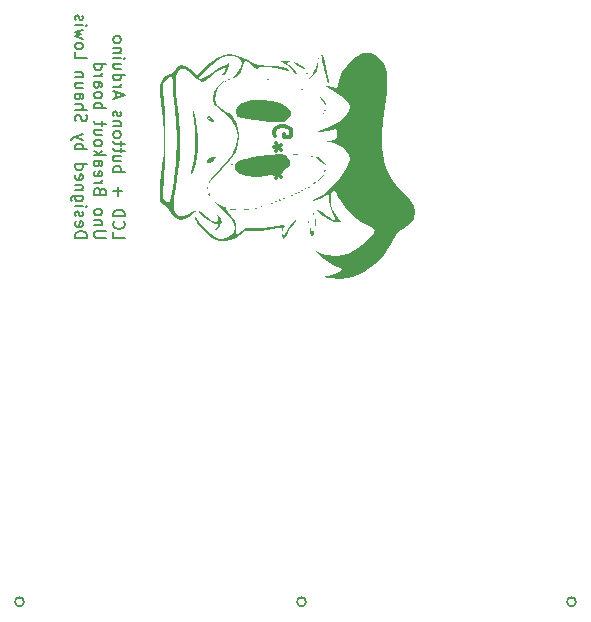
<source format=gbr>
%TF.GenerationSoftware,KiCad,Pcbnew,7.0.10*%
%TF.CreationDate,2024-02-11T11:32:57+13:00*%
%TF.ProjectId,conway_proj,636f6e77-6179-45f7-9072-6f6a2e6b6963,rev?*%
%TF.SameCoordinates,Original*%
%TF.FileFunction,Legend,Bot*%
%TF.FilePolarity,Positive*%
%FSLAX46Y46*%
G04 Gerber Fmt 4.6, Leading zero omitted, Abs format (unit mm)*
G04 Created by KiCad (PCBNEW 7.0.10) date 2024-02-11 11:32:57*
%MOMM*%
%LPD*%
G01*
G04 APERTURE LIST*
%ADD10C,0.150000*%
%ADD11C,0.300000*%
%ADD12C,0.152400*%
%ADD13C,2.260600*%
%ADD14C,4.089400*%
%ADD15C,2.057400*%
%ADD16R,1.700000X1.700000*%
%ADD17O,1.700000X1.700000*%
%ADD18O,1.800000X2.500000*%
%ADD19R,1.800000X2.500000*%
%ADD20C,3.200000*%
G04 APERTURE END LIST*
D10*
X88110180Y-144907030D02*
X88110180Y-145383220D01*
X88110180Y-145383220D02*
X89110180Y-145383220D01*
X88205419Y-144002268D02*
X88157800Y-144049887D01*
X88157800Y-144049887D02*
X88110180Y-144192744D01*
X88110180Y-144192744D02*
X88110180Y-144287982D01*
X88110180Y-144287982D02*
X88157800Y-144430839D01*
X88157800Y-144430839D02*
X88253038Y-144526077D01*
X88253038Y-144526077D02*
X88348276Y-144573696D01*
X88348276Y-144573696D02*
X88538752Y-144621315D01*
X88538752Y-144621315D02*
X88681609Y-144621315D01*
X88681609Y-144621315D02*
X88872085Y-144573696D01*
X88872085Y-144573696D02*
X88967323Y-144526077D01*
X88967323Y-144526077D02*
X89062561Y-144430839D01*
X89062561Y-144430839D02*
X89110180Y-144287982D01*
X89110180Y-144287982D02*
X89110180Y-144192744D01*
X89110180Y-144192744D02*
X89062561Y-144049887D01*
X89062561Y-144049887D02*
X89014942Y-144002268D01*
X88110180Y-143573696D02*
X89110180Y-143573696D01*
X89110180Y-143573696D02*
X89110180Y-143335601D01*
X89110180Y-143335601D02*
X89062561Y-143192744D01*
X89062561Y-143192744D02*
X88967323Y-143097506D01*
X88967323Y-143097506D02*
X88872085Y-143049887D01*
X88872085Y-143049887D02*
X88681609Y-143002268D01*
X88681609Y-143002268D02*
X88538752Y-143002268D01*
X88538752Y-143002268D02*
X88348276Y-143049887D01*
X88348276Y-143049887D02*
X88253038Y-143097506D01*
X88253038Y-143097506D02*
X88157800Y-143192744D01*
X88157800Y-143192744D02*
X88110180Y-143335601D01*
X88110180Y-143335601D02*
X88110180Y-143573696D01*
X88491133Y-141811791D02*
X88491133Y-141049887D01*
X88110180Y-141430839D02*
X88872085Y-141430839D01*
X88110180Y-139811791D02*
X89110180Y-139811791D01*
X88729228Y-139811791D02*
X88776847Y-139716553D01*
X88776847Y-139716553D02*
X88776847Y-139526077D01*
X88776847Y-139526077D02*
X88729228Y-139430839D01*
X88729228Y-139430839D02*
X88681609Y-139383220D01*
X88681609Y-139383220D02*
X88586371Y-139335601D01*
X88586371Y-139335601D02*
X88300657Y-139335601D01*
X88300657Y-139335601D02*
X88205419Y-139383220D01*
X88205419Y-139383220D02*
X88157800Y-139430839D01*
X88157800Y-139430839D02*
X88110180Y-139526077D01*
X88110180Y-139526077D02*
X88110180Y-139716553D01*
X88110180Y-139716553D02*
X88157800Y-139811791D01*
X88776847Y-138478458D02*
X88110180Y-138478458D01*
X88776847Y-138907029D02*
X88253038Y-138907029D01*
X88253038Y-138907029D02*
X88157800Y-138859410D01*
X88157800Y-138859410D02*
X88110180Y-138764172D01*
X88110180Y-138764172D02*
X88110180Y-138621315D01*
X88110180Y-138621315D02*
X88157800Y-138526077D01*
X88157800Y-138526077D02*
X88205419Y-138478458D01*
X88776847Y-138145124D02*
X88776847Y-137764172D01*
X89110180Y-138002267D02*
X88253038Y-138002267D01*
X88253038Y-138002267D02*
X88157800Y-137954648D01*
X88157800Y-137954648D02*
X88110180Y-137859410D01*
X88110180Y-137859410D02*
X88110180Y-137764172D01*
X88776847Y-137573695D02*
X88776847Y-137192743D01*
X89110180Y-137430838D02*
X88253038Y-137430838D01*
X88253038Y-137430838D02*
X88157800Y-137383219D01*
X88157800Y-137383219D02*
X88110180Y-137287981D01*
X88110180Y-137287981D02*
X88110180Y-137192743D01*
X88110180Y-136716552D02*
X88157800Y-136811790D01*
X88157800Y-136811790D02*
X88205419Y-136859409D01*
X88205419Y-136859409D02*
X88300657Y-136907028D01*
X88300657Y-136907028D02*
X88586371Y-136907028D01*
X88586371Y-136907028D02*
X88681609Y-136859409D01*
X88681609Y-136859409D02*
X88729228Y-136811790D01*
X88729228Y-136811790D02*
X88776847Y-136716552D01*
X88776847Y-136716552D02*
X88776847Y-136573695D01*
X88776847Y-136573695D02*
X88729228Y-136478457D01*
X88729228Y-136478457D02*
X88681609Y-136430838D01*
X88681609Y-136430838D02*
X88586371Y-136383219D01*
X88586371Y-136383219D02*
X88300657Y-136383219D01*
X88300657Y-136383219D02*
X88205419Y-136430838D01*
X88205419Y-136430838D02*
X88157800Y-136478457D01*
X88157800Y-136478457D02*
X88110180Y-136573695D01*
X88110180Y-136573695D02*
X88110180Y-136716552D01*
X88776847Y-135954647D02*
X88110180Y-135954647D01*
X88681609Y-135954647D02*
X88729228Y-135907028D01*
X88729228Y-135907028D02*
X88776847Y-135811790D01*
X88776847Y-135811790D02*
X88776847Y-135668933D01*
X88776847Y-135668933D02*
X88729228Y-135573695D01*
X88729228Y-135573695D02*
X88633990Y-135526076D01*
X88633990Y-135526076D02*
X88110180Y-135526076D01*
X88157800Y-135097504D02*
X88110180Y-135002266D01*
X88110180Y-135002266D02*
X88110180Y-134811790D01*
X88110180Y-134811790D02*
X88157800Y-134716552D01*
X88157800Y-134716552D02*
X88253038Y-134668933D01*
X88253038Y-134668933D02*
X88300657Y-134668933D01*
X88300657Y-134668933D02*
X88395895Y-134716552D01*
X88395895Y-134716552D02*
X88443514Y-134811790D01*
X88443514Y-134811790D02*
X88443514Y-134954647D01*
X88443514Y-134954647D02*
X88491133Y-135049885D01*
X88491133Y-135049885D02*
X88586371Y-135097504D01*
X88586371Y-135097504D02*
X88633990Y-135097504D01*
X88633990Y-135097504D02*
X88729228Y-135049885D01*
X88729228Y-135049885D02*
X88776847Y-134954647D01*
X88776847Y-134954647D02*
X88776847Y-134811790D01*
X88776847Y-134811790D02*
X88729228Y-134716552D01*
X88395895Y-133526075D02*
X88395895Y-133049885D01*
X88110180Y-133621313D02*
X89110180Y-133287980D01*
X89110180Y-133287980D02*
X88110180Y-132954647D01*
X88110180Y-132621313D02*
X88776847Y-132621313D01*
X88586371Y-132621313D02*
X88681609Y-132573694D01*
X88681609Y-132573694D02*
X88729228Y-132526075D01*
X88729228Y-132526075D02*
X88776847Y-132430837D01*
X88776847Y-132430837D02*
X88776847Y-132335599D01*
X88110180Y-131573694D02*
X89110180Y-131573694D01*
X88157800Y-131573694D02*
X88110180Y-131668932D01*
X88110180Y-131668932D02*
X88110180Y-131859408D01*
X88110180Y-131859408D02*
X88157800Y-131954646D01*
X88157800Y-131954646D02*
X88205419Y-132002265D01*
X88205419Y-132002265D02*
X88300657Y-132049884D01*
X88300657Y-132049884D02*
X88586371Y-132049884D01*
X88586371Y-132049884D02*
X88681609Y-132002265D01*
X88681609Y-132002265D02*
X88729228Y-131954646D01*
X88729228Y-131954646D02*
X88776847Y-131859408D01*
X88776847Y-131859408D02*
X88776847Y-131668932D01*
X88776847Y-131668932D02*
X88729228Y-131573694D01*
X88776847Y-130668932D02*
X88110180Y-130668932D01*
X88776847Y-131097503D02*
X88253038Y-131097503D01*
X88253038Y-131097503D02*
X88157800Y-131049884D01*
X88157800Y-131049884D02*
X88110180Y-130954646D01*
X88110180Y-130954646D02*
X88110180Y-130811789D01*
X88110180Y-130811789D02*
X88157800Y-130716551D01*
X88157800Y-130716551D02*
X88205419Y-130668932D01*
X88110180Y-130192741D02*
X88776847Y-130192741D01*
X89110180Y-130192741D02*
X89062561Y-130240360D01*
X89062561Y-130240360D02*
X89014942Y-130192741D01*
X89014942Y-130192741D02*
X89062561Y-130145122D01*
X89062561Y-130145122D02*
X89110180Y-130192741D01*
X89110180Y-130192741D02*
X89014942Y-130192741D01*
X88776847Y-129716551D02*
X88110180Y-129716551D01*
X88681609Y-129716551D02*
X88729228Y-129668932D01*
X88729228Y-129668932D02*
X88776847Y-129573694D01*
X88776847Y-129573694D02*
X88776847Y-129430837D01*
X88776847Y-129430837D02*
X88729228Y-129335599D01*
X88729228Y-129335599D02*
X88633990Y-129287980D01*
X88633990Y-129287980D02*
X88110180Y-129287980D01*
X88110180Y-128668932D02*
X88157800Y-128764170D01*
X88157800Y-128764170D02*
X88205419Y-128811789D01*
X88205419Y-128811789D02*
X88300657Y-128859408D01*
X88300657Y-128859408D02*
X88586371Y-128859408D01*
X88586371Y-128859408D02*
X88681609Y-128811789D01*
X88681609Y-128811789D02*
X88729228Y-128764170D01*
X88729228Y-128764170D02*
X88776847Y-128668932D01*
X88776847Y-128668932D02*
X88776847Y-128526075D01*
X88776847Y-128526075D02*
X88729228Y-128430837D01*
X88729228Y-128430837D02*
X88681609Y-128383218D01*
X88681609Y-128383218D02*
X88586371Y-128335599D01*
X88586371Y-128335599D02*
X88300657Y-128335599D01*
X88300657Y-128335599D02*
X88205419Y-128383218D01*
X88205419Y-128383218D02*
X88157800Y-128430837D01*
X88157800Y-128430837D02*
X88110180Y-128526075D01*
X88110180Y-128526075D02*
X88110180Y-128668932D01*
X87500180Y-145383220D02*
X86690657Y-145383220D01*
X86690657Y-145383220D02*
X86595419Y-145335601D01*
X86595419Y-145335601D02*
X86547800Y-145287982D01*
X86547800Y-145287982D02*
X86500180Y-145192744D01*
X86500180Y-145192744D02*
X86500180Y-145002268D01*
X86500180Y-145002268D02*
X86547800Y-144907030D01*
X86547800Y-144907030D02*
X86595419Y-144859411D01*
X86595419Y-144859411D02*
X86690657Y-144811792D01*
X86690657Y-144811792D02*
X87500180Y-144811792D01*
X87166847Y-144335601D02*
X86500180Y-144335601D01*
X87071609Y-144335601D02*
X87119228Y-144287982D01*
X87119228Y-144287982D02*
X87166847Y-144192744D01*
X87166847Y-144192744D02*
X87166847Y-144049887D01*
X87166847Y-144049887D02*
X87119228Y-143954649D01*
X87119228Y-143954649D02*
X87023990Y-143907030D01*
X87023990Y-143907030D02*
X86500180Y-143907030D01*
X86500180Y-143287982D02*
X86547800Y-143383220D01*
X86547800Y-143383220D02*
X86595419Y-143430839D01*
X86595419Y-143430839D02*
X86690657Y-143478458D01*
X86690657Y-143478458D02*
X86976371Y-143478458D01*
X86976371Y-143478458D02*
X87071609Y-143430839D01*
X87071609Y-143430839D02*
X87119228Y-143383220D01*
X87119228Y-143383220D02*
X87166847Y-143287982D01*
X87166847Y-143287982D02*
X87166847Y-143145125D01*
X87166847Y-143145125D02*
X87119228Y-143049887D01*
X87119228Y-143049887D02*
X87071609Y-143002268D01*
X87071609Y-143002268D02*
X86976371Y-142954649D01*
X86976371Y-142954649D02*
X86690657Y-142954649D01*
X86690657Y-142954649D02*
X86595419Y-143002268D01*
X86595419Y-143002268D02*
X86547800Y-143049887D01*
X86547800Y-143049887D02*
X86500180Y-143145125D01*
X86500180Y-143145125D02*
X86500180Y-143287982D01*
X87023990Y-141430839D02*
X86976371Y-141287982D01*
X86976371Y-141287982D02*
X86928752Y-141240363D01*
X86928752Y-141240363D02*
X86833514Y-141192744D01*
X86833514Y-141192744D02*
X86690657Y-141192744D01*
X86690657Y-141192744D02*
X86595419Y-141240363D01*
X86595419Y-141240363D02*
X86547800Y-141287982D01*
X86547800Y-141287982D02*
X86500180Y-141383220D01*
X86500180Y-141383220D02*
X86500180Y-141764172D01*
X86500180Y-141764172D02*
X87500180Y-141764172D01*
X87500180Y-141764172D02*
X87500180Y-141430839D01*
X87500180Y-141430839D02*
X87452561Y-141335601D01*
X87452561Y-141335601D02*
X87404942Y-141287982D01*
X87404942Y-141287982D02*
X87309704Y-141240363D01*
X87309704Y-141240363D02*
X87214466Y-141240363D01*
X87214466Y-141240363D02*
X87119228Y-141287982D01*
X87119228Y-141287982D02*
X87071609Y-141335601D01*
X87071609Y-141335601D02*
X87023990Y-141430839D01*
X87023990Y-141430839D02*
X87023990Y-141764172D01*
X86500180Y-140764172D02*
X87166847Y-140764172D01*
X86976371Y-140764172D02*
X87071609Y-140716553D01*
X87071609Y-140716553D02*
X87119228Y-140668934D01*
X87119228Y-140668934D02*
X87166847Y-140573696D01*
X87166847Y-140573696D02*
X87166847Y-140478458D01*
X86547800Y-139764172D02*
X86500180Y-139859410D01*
X86500180Y-139859410D02*
X86500180Y-140049886D01*
X86500180Y-140049886D02*
X86547800Y-140145124D01*
X86547800Y-140145124D02*
X86643038Y-140192743D01*
X86643038Y-140192743D02*
X87023990Y-140192743D01*
X87023990Y-140192743D02*
X87119228Y-140145124D01*
X87119228Y-140145124D02*
X87166847Y-140049886D01*
X87166847Y-140049886D02*
X87166847Y-139859410D01*
X87166847Y-139859410D02*
X87119228Y-139764172D01*
X87119228Y-139764172D02*
X87023990Y-139716553D01*
X87023990Y-139716553D02*
X86928752Y-139716553D01*
X86928752Y-139716553D02*
X86833514Y-140192743D01*
X86500180Y-138859410D02*
X87023990Y-138859410D01*
X87023990Y-138859410D02*
X87119228Y-138907029D01*
X87119228Y-138907029D02*
X87166847Y-139002267D01*
X87166847Y-139002267D02*
X87166847Y-139192743D01*
X87166847Y-139192743D02*
X87119228Y-139287981D01*
X86547800Y-138859410D02*
X86500180Y-138954648D01*
X86500180Y-138954648D02*
X86500180Y-139192743D01*
X86500180Y-139192743D02*
X86547800Y-139287981D01*
X86547800Y-139287981D02*
X86643038Y-139335600D01*
X86643038Y-139335600D02*
X86738276Y-139335600D01*
X86738276Y-139335600D02*
X86833514Y-139287981D01*
X86833514Y-139287981D02*
X86881133Y-139192743D01*
X86881133Y-139192743D02*
X86881133Y-138954648D01*
X86881133Y-138954648D02*
X86928752Y-138859410D01*
X86500180Y-138383219D02*
X87500180Y-138383219D01*
X86881133Y-138287981D02*
X86500180Y-138002267D01*
X87166847Y-138002267D02*
X86785895Y-138383219D01*
X86500180Y-137430838D02*
X86547800Y-137526076D01*
X86547800Y-137526076D02*
X86595419Y-137573695D01*
X86595419Y-137573695D02*
X86690657Y-137621314D01*
X86690657Y-137621314D02*
X86976371Y-137621314D01*
X86976371Y-137621314D02*
X87071609Y-137573695D01*
X87071609Y-137573695D02*
X87119228Y-137526076D01*
X87119228Y-137526076D02*
X87166847Y-137430838D01*
X87166847Y-137430838D02*
X87166847Y-137287981D01*
X87166847Y-137287981D02*
X87119228Y-137192743D01*
X87119228Y-137192743D02*
X87071609Y-137145124D01*
X87071609Y-137145124D02*
X86976371Y-137097505D01*
X86976371Y-137097505D02*
X86690657Y-137097505D01*
X86690657Y-137097505D02*
X86595419Y-137145124D01*
X86595419Y-137145124D02*
X86547800Y-137192743D01*
X86547800Y-137192743D02*
X86500180Y-137287981D01*
X86500180Y-137287981D02*
X86500180Y-137430838D01*
X87166847Y-136240362D02*
X86500180Y-136240362D01*
X87166847Y-136668933D02*
X86643038Y-136668933D01*
X86643038Y-136668933D02*
X86547800Y-136621314D01*
X86547800Y-136621314D02*
X86500180Y-136526076D01*
X86500180Y-136526076D02*
X86500180Y-136383219D01*
X86500180Y-136383219D02*
X86547800Y-136287981D01*
X86547800Y-136287981D02*
X86595419Y-136240362D01*
X87166847Y-135907028D02*
X87166847Y-135526076D01*
X87500180Y-135764171D02*
X86643038Y-135764171D01*
X86643038Y-135764171D02*
X86547800Y-135716552D01*
X86547800Y-135716552D02*
X86500180Y-135621314D01*
X86500180Y-135621314D02*
X86500180Y-135526076D01*
X86500180Y-134430837D02*
X87500180Y-134430837D01*
X87119228Y-134430837D02*
X87166847Y-134335599D01*
X87166847Y-134335599D02*
X87166847Y-134145123D01*
X87166847Y-134145123D02*
X87119228Y-134049885D01*
X87119228Y-134049885D02*
X87071609Y-134002266D01*
X87071609Y-134002266D02*
X86976371Y-133954647D01*
X86976371Y-133954647D02*
X86690657Y-133954647D01*
X86690657Y-133954647D02*
X86595419Y-134002266D01*
X86595419Y-134002266D02*
X86547800Y-134049885D01*
X86547800Y-134049885D02*
X86500180Y-134145123D01*
X86500180Y-134145123D02*
X86500180Y-134335599D01*
X86500180Y-134335599D02*
X86547800Y-134430837D01*
X86500180Y-133383218D02*
X86547800Y-133478456D01*
X86547800Y-133478456D02*
X86595419Y-133526075D01*
X86595419Y-133526075D02*
X86690657Y-133573694D01*
X86690657Y-133573694D02*
X86976371Y-133573694D01*
X86976371Y-133573694D02*
X87071609Y-133526075D01*
X87071609Y-133526075D02*
X87119228Y-133478456D01*
X87119228Y-133478456D02*
X87166847Y-133383218D01*
X87166847Y-133383218D02*
X87166847Y-133240361D01*
X87166847Y-133240361D02*
X87119228Y-133145123D01*
X87119228Y-133145123D02*
X87071609Y-133097504D01*
X87071609Y-133097504D02*
X86976371Y-133049885D01*
X86976371Y-133049885D02*
X86690657Y-133049885D01*
X86690657Y-133049885D02*
X86595419Y-133097504D01*
X86595419Y-133097504D02*
X86547800Y-133145123D01*
X86547800Y-133145123D02*
X86500180Y-133240361D01*
X86500180Y-133240361D02*
X86500180Y-133383218D01*
X86500180Y-132192742D02*
X87023990Y-132192742D01*
X87023990Y-132192742D02*
X87119228Y-132240361D01*
X87119228Y-132240361D02*
X87166847Y-132335599D01*
X87166847Y-132335599D02*
X87166847Y-132526075D01*
X87166847Y-132526075D02*
X87119228Y-132621313D01*
X86547800Y-132192742D02*
X86500180Y-132287980D01*
X86500180Y-132287980D02*
X86500180Y-132526075D01*
X86500180Y-132526075D02*
X86547800Y-132621313D01*
X86547800Y-132621313D02*
X86643038Y-132668932D01*
X86643038Y-132668932D02*
X86738276Y-132668932D01*
X86738276Y-132668932D02*
X86833514Y-132621313D01*
X86833514Y-132621313D02*
X86881133Y-132526075D01*
X86881133Y-132526075D02*
X86881133Y-132287980D01*
X86881133Y-132287980D02*
X86928752Y-132192742D01*
X86500180Y-131716551D02*
X87166847Y-131716551D01*
X86976371Y-131716551D02*
X87071609Y-131668932D01*
X87071609Y-131668932D02*
X87119228Y-131621313D01*
X87119228Y-131621313D02*
X87166847Y-131526075D01*
X87166847Y-131526075D02*
X87166847Y-131430837D01*
X86500180Y-130668932D02*
X87500180Y-130668932D01*
X86547800Y-130668932D02*
X86500180Y-130764170D01*
X86500180Y-130764170D02*
X86500180Y-130954646D01*
X86500180Y-130954646D02*
X86547800Y-131049884D01*
X86547800Y-131049884D02*
X86595419Y-131097503D01*
X86595419Y-131097503D02*
X86690657Y-131145122D01*
X86690657Y-131145122D02*
X86976371Y-131145122D01*
X86976371Y-131145122D02*
X87071609Y-131097503D01*
X87071609Y-131097503D02*
X87119228Y-131049884D01*
X87119228Y-131049884D02*
X87166847Y-130954646D01*
X87166847Y-130954646D02*
X87166847Y-130764170D01*
X87166847Y-130764170D02*
X87119228Y-130668932D01*
X84890180Y-145383220D02*
X85890180Y-145383220D01*
X85890180Y-145383220D02*
X85890180Y-145145125D01*
X85890180Y-145145125D02*
X85842561Y-145002268D01*
X85842561Y-145002268D02*
X85747323Y-144907030D01*
X85747323Y-144907030D02*
X85652085Y-144859411D01*
X85652085Y-144859411D02*
X85461609Y-144811792D01*
X85461609Y-144811792D02*
X85318752Y-144811792D01*
X85318752Y-144811792D02*
X85128276Y-144859411D01*
X85128276Y-144859411D02*
X85033038Y-144907030D01*
X85033038Y-144907030D02*
X84937800Y-145002268D01*
X84937800Y-145002268D02*
X84890180Y-145145125D01*
X84890180Y-145145125D02*
X84890180Y-145383220D01*
X84937800Y-144002268D02*
X84890180Y-144097506D01*
X84890180Y-144097506D02*
X84890180Y-144287982D01*
X84890180Y-144287982D02*
X84937800Y-144383220D01*
X84937800Y-144383220D02*
X85033038Y-144430839D01*
X85033038Y-144430839D02*
X85413990Y-144430839D01*
X85413990Y-144430839D02*
X85509228Y-144383220D01*
X85509228Y-144383220D02*
X85556847Y-144287982D01*
X85556847Y-144287982D02*
X85556847Y-144097506D01*
X85556847Y-144097506D02*
X85509228Y-144002268D01*
X85509228Y-144002268D02*
X85413990Y-143954649D01*
X85413990Y-143954649D02*
X85318752Y-143954649D01*
X85318752Y-143954649D02*
X85223514Y-144430839D01*
X84937800Y-143573696D02*
X84890180Y-143478458D01*
X84890180Y-143478458D02*
X84890180Y-143287982D01*
X84890180Y-143287982D02*
X84937800Y-143192744D01*
X84937800Y-143192744D02*
X85033038Y-143145125D01*
X85033038Y-143145125D02*
X85080657Y-143145125D01*
X85080657Y-143145125D02*
X85175895Y-143192744D01*
X85175895Y-143192744D02*
X85223514Y-143287982D01*
X85223514Y-143287982D02*
X85223514Y-143430839D01*
X85223514Y-143430839D02*
X85271133Y-143526077D01*
X85271133Y-143526077D02*
X85366371Y-143573696D01*
X85366371Y-143573696D02*
X85413990Y-143573696D01*
X85413990Y-143573696D02*
X85509228Y-143526077D01*
X85509228Y-143526077D02*
X85556847Y-143430839D01*
X85556847Y-143430839D02*
X85556847Y-143287982D01*
X85556847Y-143287982D02*
X85509228Y-143192744D01*
X84890180Y-142716553D02*
X85556847Y-142716553D01*
X85890180Y-142716553D02*
X85842561Y-142764172D01*
X85842561Y-142764172D02*
X85794942Y-142716553D01*
X85794942Y-142716553D02*
X85842561Y-142668934D01*
X85842561Y-142668934D02*
X85890180Y-142716553D01*
X85890180Y-142716553D02*
X85794942Y-142716553D01*
X85556847Y-141811792D02*
X84747323Y-141811792D01*
X84747323Y-141811792D02*
X84652085Y-141859411D01*
X84652085Y-141859411D02*
X84604466Y-141907030D01*
X84604466Y-141907030D02*
X84556847Y-142002268D01*
X84556847Y-142002268D02*
X84556847Y-142145125D01*
X84556847Y-142145125D02*
X84604466Y-142240363D01*
X84937800Y-141811792D02*
X84890180Y-141907030D01*
X84890180Y-141907030D02*
X84890180Y-142097506D01*
X84890180Y-142097506D02*
X84937800Y-142192744D01*
X84937800Y-142192744D02*
X84985419Y-142240363D01*
X84985419Y-142240363D02*
X85080657Y-142287982D01*
X85080657Y-142287982D02*
X85366371Y-142287982D01*
X85366371Y-142287982D02*
X85461609Y-142240363D01*
X85461609Y-142240363D02*
X85509228Y-142192744D01*
X85509228Y-142192744D02*
X85556847Y-142097506D01*
X85556847Y-142097506D02*
X85556847Y-141907030D01*
X85556847Y-141907030D02*
X85509228Y-141811792D01*
X85556847Y-141335601D02*
X84890180Y-141335601D01*
X85461609Y-141335601D02*
X85509228Y-141287982D01*
X85509228Y-141287982D02*
X85556847Y-141192744D01*
X85556847Y-141192744D02*
X85556847Y-141049887D01*
X85556847Y-141049887D02*
X85509228Y-140954649D01*
X85509228Y-140954649D02*
X85413990Y-140907030D01*
X85413990Y-140907030D02*
X84890180Y-140907030D01*
X84937800Y-140049887D02*
X84890180Y-140145125D01*
X84890180Y-140145125D02*
X84890180Y-140335601D01*
X84890180Y-140335601D02*
X84937800Y-140430839D01*
X84937800Y-140430839D02*
X85033038Y-140478458D01*
X85033038Y-140478458D02*
X85413990Y-140478458D01*
X85413990Y-140478458D02*
X85509228Y-140430839D01*
X85509228Y-140430839D02*
X85556847Y-140335601D01*
X85556847Y-140335601D02*
X85556847Y-140145125D01*
X85556847Y-140145125D02*
X85509228Y-140049887D01*
X85509228Y-140049887D02*
X85413990Y-140002268D01*
X85413990Y-140002268D02*
X85318752Y-140002268D01*
X85318752Y-140002268D02*
X85223514Y-140478458D01*
X84890180Y-139145125D02*
X85890180Y-139145125D01*
X84937800Y-139145125D02*
X84890180Y-139240363D01*
X84890180Y-139240363D02*
X84890180Y-139430839D01*
X84890180Y-139430839D02*
X84937800Y-139526077D01*
X84937800Y-139526077D02*
X84985419Y-139573696D01*
X84985419Y-139573696D02*
X85080657Y-139621315D01*
X85080657Y-139621315D02*
X85366371Y-139621315D01*
X85366371Y-139621315D02*
X85461609Y-139573696D01*
X85461609Y-139573696D02*
X85509228Y-139526077D01*
X85509228Y-139526077D02*
X85556847Y-139430839D01*
X85556847Y-139430839D02*
X85556847Y-139240363D01*
X85556847Y-139240363D02*
X85509228Y-139145125D01*
X84890180Y-137907029D02*
X85890180Y-137907029D01*
X85509228Y-137907029D02*
X85556847Y-137811791D01*
X85556847Y-137811791D02*
X85556847Y-137621315D01*
X85556847Y-137621315D02*
X85509228Y-137526077D01*
X85509228Y-137526077D02*
X85461609Y-137478458D01*
X85461609Y-137478458D02*
X85366371Y-137430839D01*
X85366371Y-137430839D02*
X85080657Y-137430839D01*
X85080657Y-137430839D02*
X84985419Y-137478458D01*
X84985419Y-137478458D02*
X84937800Y-137526077D01*
X84937800Y-137526077D02*
X84890180Y-137621315D01*
X84890180Y-137621315D02*
X84890180Y-137811791D01*
X84890180Y-137811791D02*
X84937800Y-137907029D01*
X85556847Y-137097505D02*
X84890180Y-136859410D01*
X85556847Y-136621315D02*
X84890180Y-136859410D01*
X84890180Y-136859410D02*
X84652085Y-136954648D01*
X84652085Y-136954648D02*
X84604466Y-137002267D01*
X84604466Y-137002267D02*
X84556847Y-137097505D01*
X84937800Y-135526076D02*
X84890180Y-135383219D01*
X84890180Y-135383219D02*
X84890180Y-135145124D01*
X84890180Y-135145124D02*
X84937800Y-135049886D01*
X84937800Y-135049886D02*
X84985419Y-135002267D01*
X84985419Y-135002267D02*
X85080657Y-134954648D01*
X85080657Y-134954648D02*
X85175895Y-134954648D01*
X85175895Y-134954648D02*
X85271133Y-135002267D01*
X85271133Y-135002267D02*
X85318752Y-135049886D01*
X85318752Y-135049886D02*
X85366371Y-135145124D01*
X85366371Y-135145124D02*
X85413990Y-135335600D01*
X85413990Y-135335600D02*
X85461609Y-135430838D01*
X85461609Y-135430838D02*
X85509228Y-135478457D01*
X85509228Y-135478457D02*
X85604466Y-135526076D01*
X85604466Y-135526076D02*
X85699704Y-135526076D01*
X85699704Y-135526076D02*
X85794942Y-135478457D01*
X85794942Y-135478457D02*
X85842561Y-135430838D01*
X85842561Y-135430838D02*
X85890180Y-135335600D01*
X85890180Y-135335600D02*
X85890180Y-135097505D01*
X85890180Y-135097505D02*
X85842561Y-134954648D01*
X84890180Y-134526076D02*
X85890180Y-134526076D01*
X84890180Y-134097505D02*
X85413990Y-134097505D01*
X85413990Y-134097505D02*
X85509228Y-134145124D01*
X85509228Y-134145124D02*
X85556847Y-134240362D01*
X85556847Y-134240362D02*
X85556847Y-134383219D01*
X85556847Y-134383219D02*
X85509228Y-134478457D01*
X85509228Y-134478457D02*
X85461609Y-134526076D01*
X84890180Y-133192743D02*
X85413990Y-133192743D01*
X85413990Y-133192743D02*
X85509228Y-133240362D01*
X85509228Y-133240362D02*
X85556847Y-133335600D01*
X85556847Y-133335600D02*
X85556847Y-133526076D01*
X85556847Y-133526076D02*
X85509228Y-133621314D01*
X84937800Y-133192743D02*
X84890180Y-133287981D01*
X84890180Y-133287981D02*
X84890180Y-133526076D01*
X84890180Y-133526076D02*
X84937800Y-133621314D01*
X84937800Y-133621314D02*
X85033038Y-133668933D01*
X85033038Y-133668933D02*
X85128276Y-133668933D01*
X85128276Y-133668933D02*
X85223514Y-133621314D01*
X85223514Y-133621314D02*
X85271133Y-133526076D01*
X85271133Y-133526076D02*
X85271133Y-133287981D01*
X85271133Y-133287981D02*
X85318752Y-133192743D01*
X85556847Y-132287981D02*
X84890180Y-132287981D01*
X85556847Y-132716552D02*
X85033038Y-132716552D01*
X85033038Y-132716552D02*
X84937800Y-132668933D01*
X84937800Y-132668933D02*
X84890180Y-132573695D01*
X84890180Y-132573695D02*
X84890180Y-132430838D01*
X84890180Y-132430838D02*
X84937800Y-132335600D01*
X84937800Y-132335600D02*
X84985419Y-132287981D01*
X85556847Y-131811790D02*
X84890180Y-131811790D01*
X85461609Y-131811790D02*
X85509228Y-131764171D01*
X85509228Y-131764171D02*
X85556847Y-131668933D01*
X85556847Y-131668933D02*
X85556847Y-131526076D01*
X85556847Y-131526076D02*
X85509228Y-131430838D01*
X85509228Y-131430838D02*
X85413990Y-131383219D01*
X85413990Y-131383219D02*
X84890180Y-131383219D01*
X84890180Y-129668933D02*
X84890180Y-130145123D01*
X84890180Y-130145123D02*
X85890180Y-130145123D01*
X84890180Y-129192742D02*
X84937800Y-129287980D01*
X84937800Y-129287980D02*
X84985419Y-129335599D01*
X84985419Y-129335599D02*
X85080657Y-129383218D01*
X85080657Y-129383218D02*
X85366371Y-129383218D01*
X85366371Y-129383218D02*
X85461609Y-129335599D01*
X85461609Y-129335599D02*
X85509228Y-129287980D01*
X85509228Y-129287980D02*
X85556847Y-129192742D01*
X85556847Y-129192742D02*
X85556847Y-129049885D01*
X85556847Y-129049885D02*
X85509228Y-128954647D01*
X85509228Y-128954647D02*
X85461609Y-128907028D01*
X85461609Y-128907028D02*
X85366371Y-128859409D01*
X85366371Y-128859409D02*
X85080657Y-128859409D01*
X85080657Y-128859409D02*
X84985419Y-128907028D01*
X84985419Y-128907028D02*
X84937800Y-128954647D01*
X84937800Y-128954647D02*
X84890180Y-129049885D01*
X84890180Y-129049885D02*
X84890180Y-129192742D01*
X85556847Y-128526075D02*
X84890180Y-128335599D01*
X84890180Y-128335599D02*
X85366371Y-128145123D01*
X85366371Y-128145123D02*
X84890180Y-127954647D01*
X84890180Y-127954647D02*
X85556847Y-127764171D01*
X84890180Y-127383218D02*
X85556847Y-127383218D01*
X85890180Y-127383218D02*
X85842561Y-127430837D01*
X85842561Y-127430837D02*
X85794942Y-127383218D01*
X85794942Y-127383218D02*
X85842561Y-127335599D01*
X85842561Y-127335599D02*
X85890180Y-127383218D01*
X85890180Y-127383218D02*
X85794942Y-127383218D01*
X84937800Y-126954647D02*
X84890180Y-126859409D01*
X84890180Y-126859409D02*
X84890180Y-126668933D01*
X84890180Y-126668933D02*
X84937800Y-126573695D01*
X84937800Y-126573695D02*
X85033038Y-126526076D01*
X85033038Y-126526076D02*
X85080657Y-126526076D01*
X85080657Y-126526076D02*
X85175895Y-126573695D01*
X85175895Y-126573695D02*
X85223514Y-126668933D01*
X85223514Y-126668933D02*
X85223514Y-126811790D01*
X85223514Y-126811790D02*
X85271133Y-126907028D01*
X85271133Y-126907028D02*
X85366371Y-126954647D01*
X85366371Y-126954647D02*
X85413990Y-126954647D01*
X85413990Y-126954647D02*
X85509228Y-126907028D01*
X85509228Y-126907028D02*
X85556847Y-126811790D01*
X85556847Y-126811790D02*
X85556847Y-126668933D01*
X85556847Y-126668933D02*
X85509228Y-126573695D01*
D11*
X101789757Y-136778572D02*
X101718328Y-136635715D01*
X101718328Y-136635715D02*
X101718328Y-136421429D01*
X101718328Y-136421429D02*
X101789757Y-136207143D01*
X101789757Y-136207143D02*
X101932614Y-136064286D01*
X101932614Y-136064286D02*
X102075471Y-135992857D01*
X102075471Y-135992857D02*
X102361185Y-135921429D01*
X102361185Y-135921429D02*
X102575471Y-135921429D01*
X102575471Y-135921429D02*
X102861185Y-135992857D01*
X102861185Y-135992857D02*
X103004042Y-136064286D01*
X103004042Y-136064286D02*
X103146900Y-136207143D01*
X103146900Y-136207143D02*
X103218328Y-136421429D01*
X103218328Y-136421429D02*
X103218328Y-136564286D01*
X103218328Y-136564286D02*
X103146900Y-136778572D01*
X103146900Y-136778572D02*
X103075471Y-136850000D01*
X103075471Y-136850000D02*
X102575471Y-136850000D01*
X102575471Y-136850000D02*
X102575471Y-136564286D01*
X101718328Y-137707143D02*
X102075471Y-137707143D01*
X101932614Y-137350000D02*
X102075471Y-137707143D01*
X102075471Y-137707143D02*
X101932614Y-138064286D01*
X102361185Y-137492857D02*
X102075471Y-137707143D01*
X102075471Y-137707143D02*
X102361185Y-137921429D01*
X101718328Y-138850000D02*
X102075471Y-138850000D01*
X101932614Y-138492857D02*
X102075471Y-138850000D01*
X102075471Y-138850000D02*
X101932614Y-139207143D01*
X102361185Y-138635714D02*
X102075471Y-138850000D01*
X102075471Y-138850000D02*
X102361185Y-139064286D01*
X101718328Y-139992857D02*
X102075471Y-139992857D01*
X101932614Y-139635714D02*
X102075471Y-139992857D01*
X102075471Y-139992857D02*
X101932614Y-140350000D01*
X102361185Y-139778571D02*
X102075471Y-139992857D01*
X102075471Y-139992857D02*
X102361185Y-140207143D01*
D12*
%TO.C,MX_BUTTON3*%
X127305000Y-176200000D02*
G75*
G03*
X126543000Y-176200000I-381000J0D01*
G01*
X126543000Y-176200000D02*
G75*
G03*
X127305000Y-176200000I381000J0D01*
G01*
%TO.C,MX_BUTTON2*%
X104445000Y-176200000D02*
G75*
G03*
X103683000Y-176200000I-381000J0D01*
G01*
X103683000Y-176200000D02*
G75*
G03*
X104445000Y-176200000I381000J0D01*
G01*
%TO.C,MX_BUTTON1*%
X80569000Y-176200000D02*
G75*
G03*
X79807000Y-176200000I-381000J0D01*
G01*
X79807000Y-176200000D02*
G75*
G03*
X80569000Y-176200000I381000J0D01*
G01*
%TO.C,G\u002A\u002A\u002A*%
G36*
X100745434Y-142724457D02*
G01*
X100676413Y-142793479D01*
X100607391Y-142724457D01*
X100676413Y-142655435D01*
X100745434Y-142724457D01*
G37*
G36*
X101987826Y-142310326D02*
G01*
X101918804Y-142379348D01*
X101849782Y-142310326D01*
X101918804Y-142241305D01*
X101987826Y-142310326D01*
G37*
G36*
X102678043Y-142034239D02*
G01*
X102609021Y-142103261D01*
X102540000Y-142034239D01*
X102609021Y-141965218D01*
X102678043Y-142034239D01*
G37*
G36*
X102954130Y-141896196D02*
G01*
X102885108Y-141965218D01*
X102816087Y-141896196D01*
X102885108Y-141827174D01*
X102954130Y-141896196D01*
G37*
G36*
X103644347Y-141620109D02*
G01*
X103575326Y-141689131D01*
X103506304Y-141620109D01*
X103575326Y-141551087D01*
X103644347Y-141620109D01*
G37*
G36*
X103920434Y-141482066D02*
G01*
X103851413Y-141551087D01*
X103782391Y-141482066D01*
X103851413Y-141413044D01*
X103920434Y-141482066D01*
G37*
G36*
X104196521Y-141344022D02*
G01*
X104127500Y-141413044D01*
X104058478Y-141344022D01*
X104127500Y-141275000D01*
X104196521Y-141344022D01*
G37*
G36*
X104472608Y-141205979D02*
G01*
X104403587Y-141275000D01*
X104334565Y-141205979D01*
X104403587Y-141136957D01*
X104472608Y-141205979D01*
G37*
G36*
X104748695Y-141067935D02*
G01*
X104679674Y-141136957D01*
X104610652Y-141067935D01*
X104679674Y-140998913D01*
X104748695Y-141067935D01*
G37*
G36*
X97984565Y-139273370D02*
G01*
X97915543Y-139342392D01*
X97846521Y-139273370D01*
X97915543Y-139204348D01*
X97984565Y-139273370D01*
G37*
G36*
X98260652Y-139135326D02*
G01*
X98191630Y-139204348D01*
X98122608Y-139135326D01*
X98191630Y-139066305D01*
X98260652Y-139135326D01*
G37*
G36*
X105024782Y-138445109D02*
G01*
X104955760Y-138514131D01*
X104886739Y-138445109D01*
X104955760Y-138376087D01*
X105024782Y-138445109D01*
G37*
G36*
X105991087Y-134855979D02*
G01*
X105922065Y-134925000D01*
X105853043Y-134855979D01*
X105922065Y-134786957D01*
X105991087Y-134855979D01*
G37*
G36*
X106129130Y-134579892D02*
G01*
X106060108Y-134648913D01*
X105991087Y-134579892D01*
X106060108Y-134510870D01*
X106129130Y-134579892D01*
G37*
G36*
X104610652Y-132923370D02*
G01*
X104541630Y-132992392D01*
X104472608Y-132923370D01*
X104541630Y-132854348D01*
X104610652Y-132923370D01*
G37*
G36*
X104196521Y-132785326D02*
G01*
X104127500Y-132854348D01*
X104058478Y-132785326D01*
X104127500Y-132716305D01*
X104196521Y-132785326D01*
G37*
G36*
X97708478Y-132095109D02*
G01*
X97639456Y-132164131D01*
X97570434Y-132095109D01*
X97639456Y-132026087D01*
X97708478Y-132095109D01*
G37*
G36*
X97984565Y-131957066D02*
G01*
X97915543Y-132026087D01*
X97846521Y-131957066D01*
X97915543Y-131888044D01*
X97984565Y-131957066D01*
G37*
G36*
X101297608Y-131957066D02*
G01*
X101228587Y-132026087D01*
X101159565Y-131957066D01*
X101228587Y-131888044D01*
X101297608Y-131957066D01*
G37*
G36*
X100469347Y-131819022D02*
G01*
X100400326Y-131888044D01*
X100331304Y-131819022D01*
X100400326Y-131750000D01*
X100469347Y-131819022D01*
G37*
G36*
X104610652Y-131404892D02*
G01*
X104541630Y-131473913D01*
X104472608Y-131404892D01*
X104541630Y-131335870D01*
X104610652Y-131404892D01*
G37*
G36*
X104719202Y-143964074D02*
G01*
X104702681Y-144127899D01*
X104661160Y-144149495D01*
X104610652Y-144035870D01*
X104620614Y-143962790D01*
X104702681Y-143943841D01*
X104719202Y-143964074D01*
G37*
G36*
X105133332Y-143273856D02*
G01*
X105116811Y-143437682D01*
X105075290Y-143459278D01*
X105024782Y-143345653D01*
X105034745Y-143272573D01*
X105116811Y-143253624D01*
X105133332Y-143273856D01*
G37*
G36*
X100285289Y-142839493D02*
G01*
X100306886Y-142881014D01*
X100193260Y-142931522D01*
X100120181Y-142921560D01*
X100101232Y-142839493D01*
X100121464Y-142822972D01*
X100285289Y-142839493D01*
G37*
G36*
X101665724Y-142425363D02*
G01*
X101687321Y-142466884D01*
X101573695Y-142517392D01*
X101500615Y-142507429D01*
X101481666Y-142425363D01*
X101501899Y-142408842D01*
X101665724Y-142425363D01*
G37*
G36*
X102355942Y-142149276D02*
G01*
X102377538Y-142190797D01*
X102263913Y-142241305D01*
X102190833Y-142231342D01*
X102171884Y-142149276D01*
X102192116Y-142132755D01*
X102355942Y-142149276D01*
G37*
G36*
X103322246Y-141735145D02*
G01*
X103343842Y-141776666D01*
X103230217Y-141827174D01*
X103157137Y-141817212D01*
X103138188Y-141735145D01*
X103158421Y-141718624D01*
X103322246Y-141735145D01*
G37*
G36*
X96298550Y-141617334D02*
G01*
X96282029Y-141781160D01*
X96240508Y-141802756D01*
X96190000Y-141689131D01*
X96199962Y-141616051D01*
X96282029Y-141597102D01*
X96298550Y-141617334D01*
G37*
G36*
X96160506Y-141065161D02*
G01*
X96143985Y-141228986D01*
X96102464Y-141250582D01*
X96051956Y-141136957D01*
X96061918Y-141063877D01*
X96143985Y-141044928D01*
X96160506Y-141065161D01*
G37*
G36*
X106099637Y-139684726D02*
G01*
X106083116Y-139848551D01*
X106041595Y-139870148D01*
X105991087Y-139756522D01*
X106001049Y-139683442D01*
X106083116Y-139664493D01*
X106099637Y-139684726D01*
G37*
G36*
X105257673Y-143792684D02*
G01*
X105282684Y-143985168D01*
X105260458Y-144344858D01*
X105242408Y-144412783D01*
X105211229Y-144372224D01*
X105197638Y-144104892D01*
X105199421Y-143958654D01*
X105220358Y-143760415D01*
X105257673Y-143792684D01*
G37*
G36*
X99603948Y-142973903D02*
G01*
X99627683Y-142980734D01*
X99648120Y-143022749D01*
X99434021Y-143042654D01*
X99401330Y-143042844D01*
X99185229Y-143024335D01*
X99189818Y-142979018D01*
X99303247Y-142953694D01*
X99603948Y-142973903D01*
G37*
G36*
X98502228Y-142974409D02*
G01*
X98541395Y-142987314D01*
X98511797Y-143023147D01*
X98260652Y-143037539D01*
X98166992Y-143036204D01*
X97976113Y-143014420D01*
X98019076Y-142974409D01*
X98152118Y-142952940D01*
X98502228Y-142974409D01*
G37*
G36*
X105300869Y-140637511D02*
G01*
X105294658Y-140661782D01*
X105162826Y-140791848D01*
X105113951Y-140817560D01*
X105024782Y-140808142D01*
X105030994Y-140783871D01*
X105162826Y-140653805D01*
X105211700Y-140628092D01*
X105300869Y-140637511D01*
G37*
G36*
X105919157Y-140170278D02*
G01*
X105715000Y-140377718D01*
X105525129Y-140530520D01*
X105438913Y-140558551D01*
X105510842Y-140447114D01*
X105715000Y-140239674D01*
X105904870Y-140086872D01*
X105991087Y-140058841D01*
X105919157Y-140170278D01*
G37*
G36*
X103815292Y-138278455D02*
G01*
X103883217Y-138296505D01*
X103842658Y-138327684D01*
X103575326Y-138341275D01*
X103429088Y-138339492D01*
X103230849Y-138318555D01*
X103263118Y-138281240D01*
X103455602Y-138256229D01*
X103815292Y-138278455D01*
G37*
G36*
X96851858Y-138576956D02*
G01*
X96684291Y-138777909D01*
X96458427Y-138971292D01*
X96227504Y-139066305D01*
X96168299Y-139061971D01*
X96043242Y-138965897D01*
X96090492Y-138798015D01*
X96268148Y-138630703D01*
X96534312Y-138536333D01*
X96811173Y-138514449D01*
X96851858Y-138576956D01*
G37*
G36*
X105653473Y-133458544D02*
G01*
X105853043Y-133613587D01*
X106031606Y-133831190D01*
X106120380Y-134083624D01*
X106084802Y-134177817D01*
X105992010Y-134007333D01*
X105891272Y-133812295D01*
X105724673Y-133619566D01*
X105675434Y-133584407D01*
X105576956Y-133446002D01*
X105653473Y-133458544D01*
G37*
G36*
X105502550Y-130575416D02*
G01*
X105480124Y-130759391D01*
X105341837Y-131249079D01*
X105073794Y-131610743D01*
X104712521Y-131957066D01*
X105008261Y-131541420D01*
X105069293Y-131447109D01*
X105284296Y-130996138D01*
X105437017Y-130506094D01*
X105570033Y-129886413D01*
X105502550Y-130575416D01*
G37*
G36*
X105564183Y-138581969D02*
G01*
X105810270Y-138782677D01*
X106032472Y-139021487D01*
X106129130Y-139200922D01*
X106117881Y-139219649D01*
X105978640Y-139157466D01*
X105731382Y-138953968D01*
X105526369Y-138761725D01*
X105357529Y-138590926D01*
X105331738Y-138525018D01*
X105412883Y-138514131D01*
X105564183Y-138581969D01*
G37*
G36*
X103677220Y-130594808D02*
G01*
X103970086Y-130745431D01*
X104248253Y-130923059D01*
X104411431Y-131072476D01*
X104408654Y-131105512D01*
X104250228Y-131060143D01*
X103946284Y-130903156D01*
X103767100Y-130796002D01*
X103512893Y-130623077D01*
X103433705Y-130534194D01*
X103469948Y-130526404D01*
X103677220Y-130594808D01*
G37*
G36*
X104849892Y-144646619D02*
G01*
X104869823Y-144763816D01*
X104936807Y-144930099D01*
X105034160Y-144853684D01*
X105036378Y-144850186D01*
X105135595Y-144739480D01*
X105160712Y-144890495D01*
X105100763Y-145126650D01*
X104966337Y-145218841D01*
X104840406Y-145106567D01*
X104799285Y-144924972D01*
X104780277Y-144588044D01*
X104787946Y-144419230D01*
X104808116Y-144400833D01*
X104849892Y-144646619D01*
G37*
G36*
X96291227Y-135100257D02*
G01*
X96496022Y-135254929D01*
X96660988Y-135444267D01*
X96691548Y-135573814D01*
X96585668Y-135579142D01*
X96339866Y-135483502D01*
X96328495Y-135477309D01*
X96259021Y-135420225D01*
X96112682Y-135299983D01*
X96101879Y-135270109D01*
X96190000Y-135270109D01*
X96259021Y-135339131D01*
X96328043Y-135270109D01*
X96259021Y-135201087D01*
X96190000Y-135270109D01*
X96101879Y-135270109D01*
X96053197Y-135135484D01*
X96180139Y-135063044D01*
X96291227Y-135100257D01*
G37*
G36*
X105860856Y-129984149D02*
G01*
X105929483Y-130150638D01*
X106039690Y-130541537D01*
X106140441Y-131019475D01*
X106204550Y-131365962D01*
X106294093Y-131809640D01*
X106361040Y-132095109D01*
X106387858Y-132246731D01*
X106338854Y-132276181D01*
X106324324Y-132255808D01*
X106237375Y-132028007D01*
X106119979Y-131619760D01*
X105993266Y-131102811D01*
X105971478Y-131006767D01*
X105838088Y-130407222D01*
X105764281Y-130038555D01*
X105746106Y-129867398D01*
X105779614Y-129860385D01*
X105860856Y-129984149D01*
G37*
G36*
X103627239Y-143941019D02*
G01*
X103430709Y-144190894D01*
X103339090Y-144300758D01*
X103038489Y-144724500D01*
X102828004Y-145111447D01*
X102803785Y-145166896D01*
X102650717Y-145414499D01*
X102523979Y-145475425D01*
X102465602Y-145410275D01*
X102404070Y-145166582D01*
X102404538Y-145135190D01*
X102432793Y-145010856D01*
X102540000Y-145140218D01*
X102560944Y-145172287D01*
X102654845Y-145274874D01*
X102675929Y-145132526D01*
X102683685Y-145074459D01*
X102817013Y-144772557D01*
X103062569Y-144402782D01*
X103350912Y-144060788D01*
X103612607Y-143842228D01*
X103670573Y-143827227D01*
X103627239Y-143941019D01*
G37*
G36*
X103020497Y-130389676D02*
G01*
X103143528Y-130425754D01*
X103026231Y-130495633D01*
X102878916Y-130557462D01*
X102839997Y-130633888D01*
X103041192Y-130756412D01*
X103263660Y-130919161D01*
X103476308Y-131142921D01*
X103628807Y-131360811D01*
X103676764Y-131509088D01*
X103575785Y-131524010D01*
X103479084Y-131467823D01*
X103368260Y-131279830D01*
X103342408Y-131214059D01*
X103145998Y-131010652D01*
X102819800Y-130776936D01*
X102646408Y-130668313D01*
X102375896Y-130489858D01*
X102267626Y-130404076D01*
X102275477Y-130398002D01*
X102449704Y-130381158D01*
X102781576Y-130379268D01*
X103020497Y-130389676D01*
G37*
G36*
X94941121Y-134676547D02*
G01*
X94951278Y-134693470D01*
X95063075Y-135018555D01*
X95164026Y-135537190D01*
X95246066Y-136173563D01*
X95301128Y-136851860D01*
X95321145Y-137496269D01*
X95298049Y-138030979D01*
X95242271Y-138469290D01*
X95110761Y-139144142D01*
X94948793Y-139662106D01*
X94772572Y-139963587D01*
X94691863Y-140003611D01*
X94732941Y-139825544D01*
X94833311Y-139465741D01*
X94943686Y-138778662D01*
X95015882Y-137950738D01*
X95047659Y-137059787D01*
X95036774Y-136183628D01*
X94980986Y-135400078D01*
X94878055Y-134786957D01*
X94846513Y-134654858D01*
X94843699Y-134549443D01*
X94941121Y-134676547D01*
G37*
G36*
X101538061Y-133798349D02*
G01*
X102266360Y-134009560D01*
X102820117Y-134328379D01*
X103036453Y-134519786D01*
X103197269Y-134747845D01*
X103144580Y-134970613D01*
X102884846Y-135283437D01*
X102745655Y-135426656D01*
X102569872Y-135551367D01*
X102343182Y-135607118D01*
X101990884Y-135608770D01*
X101438279Y-135571180D01*
X100808152Y-135513481D01*
X100113067Y-135429811D01*
X99494899Y-135335700D01*
X99003178Y-135239764D01*
X98687437Y-135150621D01*
X98597204Y-135076889D01*
X98610325Y-135003427D01*
X98533168Y-134781179D01*
X98484710Y-134643420D01*
X98568990Y-134349851D01*
X98859225Y-134073921D01*
X99312713Y-133865772D01*
X99894333Y-133743137D01*
X100719344Y-133705843D01*
X101538061Y-133798349D01*
G37*
G36*
X95567805Y-143238522D02*
G01*
X95938760Y-143541961D01*
X96042706Y-143628666D01*
X96480628Y-143931903D01*
X96793671Y-144039126D01*
X96961077Y-143948014D01*
X96962086Y-143656250D01*
X96915633Y-143429498D01*
X96941730Y-143376159D01*
X97085165Y-143544591D01*
X97212595Y-143757798D01*
X97294347Y-144052394D01*
X97290386Y-144098520D01*
X97176476Y-144367481D01*
X96973466Y-144616514D01*
X96773726Y-144726087D01*
X96753208Y-144700053D01*
X96852608Y-144560435D01*
X96974152Y-144411347D01*
X96982619Y-144235776D01*
X96742571Y-144173913D01*
X96602209Y-144138723D01*
X96276637Y-143957813D01*
X95914310Y-143674698D01*
X95631994Y-143411990D01*
X95412577Y-143183551D01*
X95391796Y-143122390D01*
X95567805Y-143238522D01*
G37*
G36*
X102450131Y-138306685D02*
G01*
X102652313Y-138364127D01*
X102813302Y-138474755D01*
X102846971Y-138504632D01*
X103074559Y-138842135D01*
X103057077Y-139180422D01*
X102822201Y-139500551D01*
X102397607Y-139783582D01*
X101810972Y-140010573D01*
X101089972Y-140162582D01*
X100262282Y-140220667D01*
X100196472Y-140220706D01*
X99420107Y-140159891D01*
X98852057Y-139990057D01*
X98517907Y-139718569D01*
X98469017Y-139573647D01*
X98448886Y-139264659D01*
X98456441Y-139196147D01*
X98545626Y-139016856D01*
X98781556Y-138876979D01*
X99226956Y-138733716D01*
X99350181Y-138701587D01*
X99906254Y-138584022D01*
X100582786Y-138469545D01*
X101260313Y-138378997D01*
X101665264Y-138335517D01*
X102142526Y-138298469D01*
X102450131Y-138306685D01*
G37*
G36*
X97102953Y-132554342D02*
G01*
X97011403Y-132682994D01*
X96789034Y-133197512D01*
X96753229Y-133710604D01*
X96914728Y-134132236D01*
X96995308Y-134216714D01*
X97295222Y-134449544D01*
X97684044Y-134693053D01*
X97888932Y-134814949D01*
X98174174Y-135016742D01*
X98290159Y-135148836D01*
X98351772Y-135314785D01*
X98511355Y-135593423D01*
X98586977Y-135747361D01*
X98709525Y-136167105D01*
X98784407Y-136654830D01*
X98793878Y-136821067D01*
X98731593Y-137476959D01*
X98488717Y-138114159D01*
X98042485Y-138778733D01*
X97370134Y-139516744D01*
X97219436Y-139668714D01*
X96825687Y-140083456D01*
X96517773Y-140432854D01*
X96352190Y-140653805D01*
X96247462Y-140794019D01*
X96194197Y-140742625D01*
X96230413Y-140652395D01*
X96422299Y-140383039D01*
X96742392Y-140003886D01*
X97148831Y-139566511D01*
X97366552Y-139333902D01*
X97804116Y-138819351D01*
X98165297Y-138334360D01*
X98388190Y-137959213D01*
X98525443Y-137607261D01*
X98659267Y-136802008D01*
X98523365Y-136049012D01*
X98120085Y-135356367D01*
X97451775Y-134732164D01*
X97144370Y-134490589D01*
X96838391Y-134209394D01*
X96687432Y-134015153D01*
X96601034Y-133648402D01*
X96684656Y-133077775D01*
X97033932Y-132545928D01*
X97463733Y-132095109D01*
X97102953Y-132554342D01*
G37*
G36*
X96781488Y-142358366D02*
G01*
X96959458Y-142496790D01*
X97296001Y-142709632D01*
X97529223Y-142793479D01*
X97635351Y-142807330D01*
X97664944Y-142883027D01*
X97669895Y-142962936D01*
X97810134Y-143200420D01*
X98069148Y-143519099D01*
X98145694Y-143604972D01*
X98406619Y-143947079D01*
X98513464Y-144242636D01*
X98511661Y-144602920D01*
X98496848Y-144858236D01*
X98544851Y-145094044D01*
X98704471Y-145081131D01*
X98997395Y-144829620D01*
X99172592Y-144680071D01*
X99401227Y-144582955D01*
X99738728Y-144548559D01*
X100268022Y-144559235D01*
X100765189Y-144557159D01*
X101416268Y-144503542D01*
X101953315Y-144406902D01*
X102003108Y-144393696D01*
X102412898Y-144294475D01*
X102607894Y-144292043D01*
X102634720Y-144406280D01*
X102540000Y-144657066D01*
X102490765Y-144768407D01*
X102430114Y-144846593D01*
X102411659Y-144676807D01*
X102359676Y-144508091D01*
X102160688Y-144513045D01*
X101957899Y-144582865D01*
X101271580Y-144743069D01*
X100551337Y-144825151D01*
X99939364Y-144810094D01*
X99525237Y-144777587D01*
X99232580Y-144845124D01*
X98959385Y-145046405D01*
X98885106Y-145108206D01*
X98479058Y-145358670D01*
X98019464Y-145552447D01*
X97689006Y-145630954D01*
X97059928Y-145618233D01*
X96460145Y-145367573D01*
X95867101Y-144867151D01*
X95258242Y-144105144D01*
X95214130Y-144039751D01*
X95063918Y-143768243D01*
X95038235Y-143623142D01*
X95114405Y-143642138D01*
X95253753Y-143829955D01*
X95299017Y-143906383D01*
X95575977Y-144258699D01*
X95960865Y-144652133D01*
X96382793Y-145023149D01*
X96770876Y-145308207D01*
X97054228Y-145443772D01*
X97269195Y-145458250D01*
X97704550Y-145375001D01*
X98088543Y-145186229D01*
X98309014Y-144937213D01*
X98316994Y-144916164D01*
X98407947Y-144565424D01*
X98379010Y-144242729D01*
X98205782Y-143898551D01*
X97863865Y-143483363D01*
X97328858Y-142947635D01*
X96955838Y-142585360D01*
X96727137Y-142352385D01*
X96663010Y-142270250D01*
X96781488Y-142358366D01*
G37*
G36*
X110477463Y-130012398D02*
G01*
X110979561Y-130534164D01*
X111130705Y-130800196D01*
X111295453Y-131377385D01*
X111346361Y-132134866D01*
X111284266Y-133096756D01*
X111110008Y-134287174D01*
X110940094Y-135417026D01*
X110840832Y-136672953D01*
X110871457Y-137771378D01*
X111031125Y-138760053D01*
X111075060Y-138939894D01*
X111304464Y-139674337D01*
X111609727Y-140288503D01*
X112043497Y-140871429D01*
X112658421Y-141512154D01*
X112675819Y-141529021D01*
X113241313Y-142146993D01*
X113571568Y-142687148D01*
X113682058Y-143185532D01*
X113588257Y-143678191D01*
X113552723Y-143754607D01*
X113324167Y-144065031D01*
X113000075Y-144381352D01*
X112666414Y-144627170D01*
X112409149Y-144726087D01*
X112375940Y-144737413D01*
X112207646Y-144918657D01*
X111979572Y-145275050D01*
X111731224Y-145747092D01*
X111653425Y-145902511D01*
X111037077Y-146843241D01*
X110265189Y-147632835D01*
X109379268Y-148247290D01*
X108420818Y-148662604D01*
X107431346Y-148854774D01*
X106452358Y-148799800D01*
X105922065Y-148696743D01*
X106612282Y-148492719D01*
X107062837Y-148349178D01*
X107410116Y-148194129D01*
X107500600Y-148056282D01*
X107342606Y-147917255D01*
X106944454Y-147758664D01*
X106759625Y-147687052D01*
X106202581Y-147386224D01*
X105743100Y-147027303D01*
X105252277Y-146536481D01*
X105794236Y-146729573D01*
X106134637Y-146831528D01*
X107056026Y-146918214D01*
X107970341Y-146732791D01*
X108860349Y-146277798D01*
X108874414Y-146268209D01*
X109219368Y-145991727D01*
X109590551Y-145635031D01*
X109928861Y-145262926D01*
X110175190Y-144940218D01*
X110270434Y-144731713D01*
X110208468Y-144664931D01*
X109954668Y-144510106D01*
X109571693Y-144321467D01*
X109081597Y-144048148D01*
X108351624Y-143464343D01*
X107711099Y-142751141D01*
X107245296Y-141993859D01*
X107196654Y-141890975D01*
X107003718Y-141535256D01*
X106859002Y-141394844D01*
X106727633Y-141431877D01*
X106681840Y-141488001D01*
X106581747Y-141793700D01*
X106543260Y-142237496D01*
X106555067Y-142512207D01*
X106672240Y-142983467D01*
X106958257Y-143462984D01*
X107373253Y-144035870D01*
X106978969Y-144035870D01*
X106858963Y-144020397D01*
X106470431Y-143875264D01*
X106024618Y-143626894D01*
X105622991Y-143336404D01*
X105367014Y-143064911D01*
X105346573Y-142989072D01*
X105485502Y-143024944D01*
X105797676Y-143213705D01*
X106259482Y-143542712D01*
X106358600Y-143615170D01*
X106730628Y-143844618D01*
X106926048Y-143882411D01*
X106934634Y-143731644D01*
X106746166Y-143395411D01*
X106525260Y-142977009D01*
X106405217Y-142288257D01*
X106405217Y-141683520D01*
X105887554Y-141944700D01*
X105801485Y-141987106D01*
X105375152Y-142174894D01*
X105024782Y-142298766D01*
X104942300Y-142303037D01*
X105052341Y-142215585D01*
X105355840Y-142049981D01*
X105898347Y-141723122D01*
X106650765Y-141097701D01*
X107311790Y-140353290D01*
X107824174Y-139557406D01*
X108130668Y-138777564D01*
X108145723Y-138703300D01*
X108109001Y-138371902D01*
X107867848Y-138002789D01*
X107650457Y-137789768D01*
X107292726Y-137575331D01*
X106783222Y-137395370D01*
X106060108Y-137223221D01*
X106002840Y-137204620D01*
X106071348Y-137170415D01*
X106355937Y-137149709D01*
X106442454Y-137146132D01*
X106842039Y-137063760D01*
X107041290Y-136838319D01*
X107095434Y-136414933D01*
X107076658Y-136260281D01*
X106953759Y-136185536D01*
X106646793Y-136228059D01*
X106203081Y-136311201D01*
X105715000Y-136386170D01*
X105528894Y-136409658D01*
X105380657Y-136418292D01*
X105471683Y-136371955D01*
X105813557Y-136255258D01*
X105817244Y-136254028D01*
X106550949Y-135946608D01*
X107202078Y-135557335D01*
X107724555Y-135124358D01*
X108072309Y-134685825D01*
X108199266Y-134279885D01*
X108193408Y-134223148D01*
X108028798Y-133911811D01*
X107678279Y-133548668D01*
X107196286Y-133183052D01*
X106637257Y-132864296D01*
X106514434Y-132802961D01*
X106196919Y-132606327D01*
X106134038Y-132498695D01*
X106315184Y-132504741D01*
X106729747Y-132649145D01*
X106944725Y-132671410D01*
X107150704Y-132494367D01*
X107231364Y-132124121D01*
X107293060Y-131815714D01*
X107525784Y-131321991D01*
X107884663Y-130800417D01*
X108319593Y-130333439D01*
X108684246Y-130049222D01*
X109311435Y-129768540D01*
X109915298Y-129756728D01*
X110477463Y-130012398D01*
G37*
G36*
X98425726Y-129879697D02*
G01*
X98975297Y-130062786D01*
X99518123Y-130318686D01*
X99934963Y-130598724D01*
X100100648Y-130685022D01*
X100577123Y-130780622D01*
X101315398Y-130829245D01*
X101863147Y-130858610D01*
X102475164Y-130949721D01*
X102885108Y-131104113D01*
X103130889Y-131254099D01*
X103153477Y-131297466D01*
X102954130Y-131250579D01*
X102585188Y-131156150D01*
X101912802Y-131019977D01*
X101299090Y-130937529D01*
X100796184Y-130912753D01*
X100456212Y-130949595D01*
X100331304Y-131052001D01*
X100310825Y-131072286D01*
X100151649Y-130992320D01*
X99886409Y-130775914D01*
X99584296Y-130521684D01*
X99329499Y-130393860D01*
X99192021Y-130485336D01*
X99142581Y-130796939D01*
X99054092Y-131122459D01*
X98828629Y-131486297D01*
X98540690Y-131772235D01*
X98264499Y-131888044D01*
X98240658Y-131875474D01*
X98305748Y-131741576D01*
X98523764Y-131508424D01*
X98637939Y-131396610D01*
X98959599Y-130961615D01*
X99019092Y-130580563D01*
X98819887Y-130238583D01*
X98761789Y-130185997D01*
X98324621Y-129990925D01*
X97781050Y-129995983D01*
X97204449Y-130202797D01*
X97141146Y-130240159D01*
X96844209Y-130452178D01*
X96468452Y-130754514D01*
X96073102Y-131095043D01*
X95717384Y-131421641D01*
X95460521Y-131682186D01*
X95361739Y-131824554D01*
X95362212Y-131834844D01*
X95474593Y-131910150D01*
X95738373Y-131848746D01*
X96086754Y-131675650D01*
X96452934Y-131415880D01*
X96662628Y-131254798D01*
X97080483Y-130995761D01*
X97423936Y-130854575D01*
X97723782Y-130726627D01*
X97891166Y-130532989D01*
X97898853Y-130507589D01*
X97942350Y-130503141D01*
X97968552Y-130727790D01*
X97965099Y-130815502D01*
X97875116Y-131126715D01*
X97707115Y-131410728D01*
X97516628Y-131589445D01*
X97359187Y-131584767D01*
X97356926Y-131510831D01*
X97498077Y-131338639D01*
X97614113Y-131222683D01*
X97708478Y-131046297D01*
X97682314Y-130995715D01*
X97498651Y-131009659D01*
X97190292Y-131149871D01*
X96817746Y-131385764D01*
X96441520Y-131686751D01*
X96244092Y-131851329D01*
X95905907Y-132076019D01*
X95665444Y-132164131D01*
X95524197Y-132119309D01*
X95220286Y-131918823D01*
X94878587Y-131611957D01*
X94596905Y-131354671D01*
X94168228Y-131104653D01*
X93819807Y-131093877D01*
X93572030Y-131326795D01*
X93541827Y-131395173D01*
X93459275Y-131813015D01*
X93435863Y-132414078D01*
X93471726Y-133129313D01*
X93566999Y-133889674D01*
X93721229Y-135058773D01*
X93807371Y-136736337D01*
X93738328Y-138503944D01*
X93513538Y-140430361D01*
X93400842Y-141203173D01*
X93307892Y-141906670D01*
X93256955Y-142415304D01*
X93245212Y-142770995D01*
X93269849Y-143015663D01*
X93328049Y-143191231D01*
X93368621Y-143267249D01*
X93664484Y-143540625D01*
X94060245Y-143571594D01*
X94520038Y-143355222D01*
X94640904Y-143272319D01*
X94953767Y-143099231D01*
X95091304Y-143086462D01*
X95028551Y-143219465D01*
X94740543Y-143483696D01*
X94577258Y-143602344D01*
X94192430Y-143813996D01*
X93887026Y-143897826D01*
X93603345Y-143817621D01*
X93264231Y-143594213D01*
X92989725Y-143308265D01*
X92876083Y-143041329D01*
X92874408Y-143024679D01*
X92813576Y-142937184D01*
X92741689Y-142833789D01*
X92461953Y-142627345D01*
X92240292Y-142482709D01*
X92112035Y-142308347D01*
X92059077Y-142027727D01*
X92048695Y-141556022D01*
X92052622Y-141375004D01*
X92093626Y-140777512D01*
X92169731Y-140072015D01*
X92269119Y-139375416D01*
X92291788Y-139231677D01*
X92386763Y-138397325D01*
X92422022Y-137503664D01*
X92396504Y-136498377D01*
X92309147Y-135329147D01*
X92158888Y-133943658D01*
X92155741Y-133917393D01*
X92083452Y-133090891D01*
X92096560Y-132634368D01*
X92346290Y-132634368D01*
X92361888Y-133043098D01*
X92413044Y-133663369D01*
X92427576Y-133842687D01*
X92468570Y-134543046D01*
X92501669Y-135397731D01*
X92523789Y-136314901D01*
X92531847Y-137202718D01*
X92530944Y-137486507D01*
X92518082Y-138391111D01*
X92492354Y-139292833D01*
X92456796Y-140100612D01*
X92414444Y-140723389D01*
X92367626Y-141287026D01*
X92349333Y-141710075D01*
X92372755Y-141975727D01*
X92444021Y-142145703D01*
X92569264Y-142281725D01*
X92697096Y-142390263D01*
X92813576Y-142419549D01*
X92899649Y-142266443D01*
X93002689Y-141887897D01*
X93170699Y-141150921D01*
X93471272Y-139040779D01*
X93533792Y-136807439D01*
X93358691Y-134441848D01*
X93286515Y-133810354D01*
X93219574Y-133150719D01*
X93173651Y-132610808D01*
X93155932Y-132267663D01*
X93146726Y-132061561D01*
X93065311Y-131802635D01*
X92884490Y-131798369D01*
X92585598Y-132041358D01*
X92579895Y-132047074D01*
X92448588Y-132199391D01*
X92372954Y-132374144D01*
X92346290Y-132634368D01*
X92096560Y-132634368D01*
X92100772Y-132487685D01*
X92218849Y-132067386D01*
X92448829Y-131789608D01*
X92801859Y-131613962D01*
X93162399Y-131412277D01*
X93405832Y-131124812D01*
X93626309Y-130860755D01*
X93981105Y-130769231D01*
X94393856Y-130889011D01*
X94806100Y-131216278D01*
X95201203Y-131648860D01*
X95937177Y-130958064D01*
X96340316Y-130597934D01*
X96953655Y-130147660D01*
X97498620Y-129895799D01*
X98020803Y-129817392D01*
X98425726Y-129879697D01*
G37*
%TD*%
%LPC*%
D13*
%TO.C,MX_BUTTON3*%
X141656000Y-178740000D03*
X131496000Y-178740000D03*
D14*
X136576000Y-178740000D03*
D15*
X139116000Y-173660000D03*
X132766000Y-176200000D03*
%TD*%
D13*
%TO.C,MX_BUTTON2*%
X118796000Y-178740000D03*
X108636000Y-178740000D03*
D14*
X113716000Y-178740000D03*
D15*
X116256000Y-173660000D03*
X109906000Y-176200000D03*
%TD*%
%TO.C,MX_BUTTON1*%
X86030000Y-176200000D03*
X92380000Y-173660000D03*
D14*
X89840000Y-178740000D03*
D13*
X84760000Y-178740000D03*
X94920000Y-178740000D03*
%TD*%
D16*
%TO.C,J1*%
X102540000Y-163500000D03*
D17*
X105080000Y-163500000D03*
X107620000Y-163500000D03*
X110160000Y-163500000D03*
X112700000Y-163500000D03*
X115240000Y-163500000D03*
X117780000Y-163500000D03*
X120320000Y-163500000D03*
%TD*%
D16*
%TO.C,J3*%
X125400000Y-163500000D03*
D17*
X127940000Y-163500000D03*
X130480000Y-163500000D03*
X133020000Y-163500000D03*
X135560000Y-163500000D03*
X138100000Y-163500000D03*
%TD*%
D16*
%TO.C,J2*%
X93396000Y-115240000D03*
D17*
X95936000Y-115240000D03*
X98476000Y-115240000D03*
X101016000Y-115240000D03*
X103556000Y-115240000D03*
X106096000Y-115240000D03*
X108636000Y-115240000D03*
X111176000Y-115240000D03*
X113716000Y-115240000D03*
X116256000Y-115240000D03*
%TD*%
D16*
%TO.C,J4*%
X120320000Y-115240000D03*
D17*
X122860000Y-115240000D03*
X125400000Y-115240000D03*
X127940000Y-115240000D03*
X130480000Y-115240000D03*
X133020000Y-115240000D03*
X135560000Y-115240000D03*
X138100000Y-115240000D03*
%TD*%
D18*
%TO.C,DS1*%
X135560000Y-158420000D03*
X133020000Y-158420000D03*
X130480000Y-158420000D03*
X127940000Y-158420000D03*
X125400000Y-158420000D03*
X122860000Y-158420000D03*
X120320000Y-158420000D03*
X117780000Y-158420000D03*
X115240000Y-158420000D03*
X112700000Y-158420000D03*
X110160000Y-158420000D03*
X107620000Y-158420000D03*
X105080000Y-158420000D03*
X102540000Y-158420000D03*
X100000000Y-158420000D03*
X97460000Y-158420000D03*
X94920000Y-158420000D03*
X92380000Y-158420000D03*
X89840000Y-158420000D03*
D19*
X87300000Y-158420000D03*
D20*
X146430000Y-108720000D03*
X76430000Y-108720000D03*
X146430000Y-158420000D03*
X76430000Y-158420000D03*
%TD*%
%TO.C,MH1*%
X89840000Y-115240000D03*
%TD*%
%TO.C,MH2*%
X88570000Y-163500000D03*
%TD*%
%TO.C,MH3*%
X140640000Y-130480000D03*
%TD*%
%TO.C,MH4*%
X140640000Y-158420000D03*
%TD*%
%LPD*%
M02*

</source>
